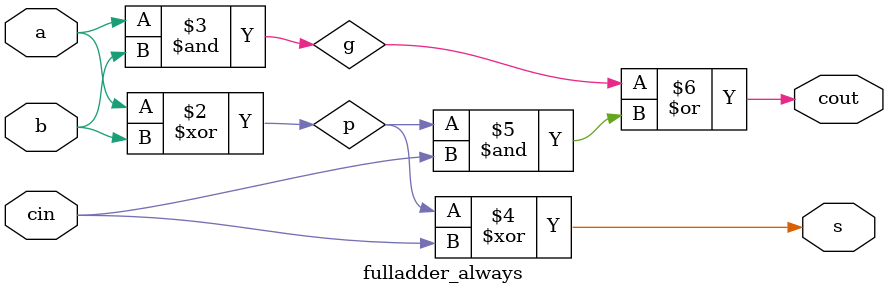
<source format=sv>
module fulladder_always(input logic a,b,cin,
					output logic s,cout);
		
		logic p,g;
		
		always_comb
			begin
				p=a^b;
				g=a&b;
				
				s= p ^ cin;
				cout = g | (p & cin);
			end

endmodule
</source>
